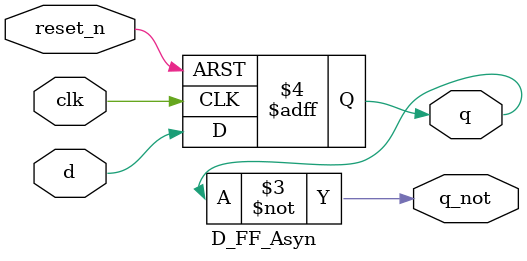
<source format=v>

module D_FF_Asyn(

   input clk, 
   input reset_n,
   input d,
   output reg q,
   output q_not
);


always @(posedge clk or negedge reset_n) begin
     if(!reset_n)
         q<=0;
     else
        q<=d;
end

assign q_not=~q;

endmodule
</source>
